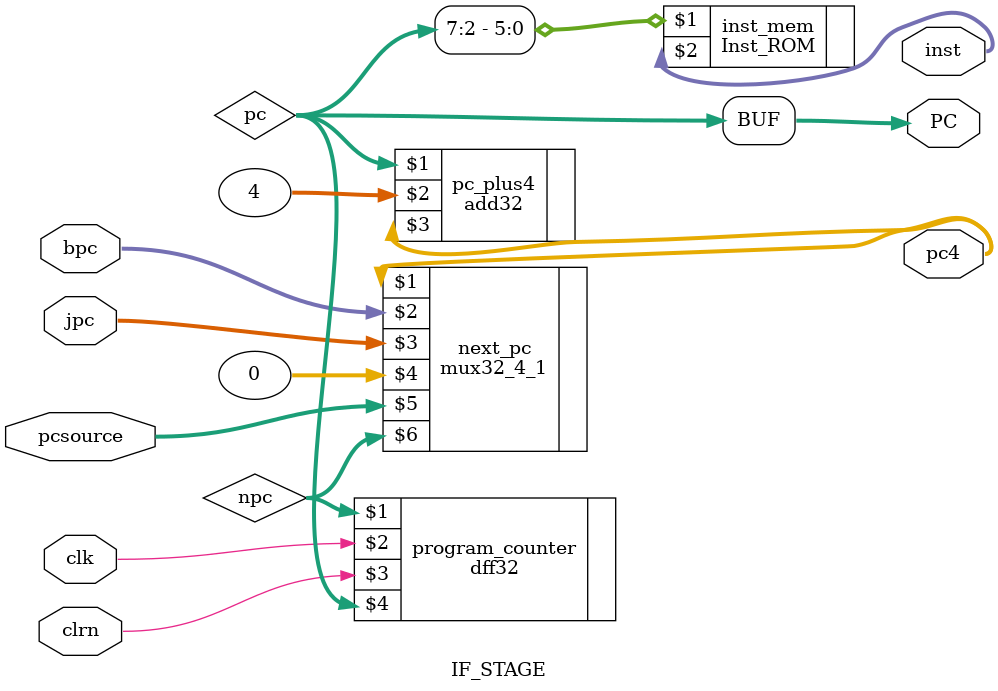
<source format=v>
`timescale 1ns / 1ps
module IF_STAGE(clk,clrn,pcsource,bpc,jpc,pc4,inst, PC
    );
	 input clk, clrn;
	 input [31:0] bpc,jpc;
	 input [1:0] pcsource;
	 
	 output [31:0] pc4,inst;
	 output [31:0] PC;
	 
	 wire [31:0] pc;		
	 wire [31:0] npc;		//ÏÂÒ»ÌõÖ¸ÁîµØÖ·
	 
 	 dff32 program_counter(npc,clk,clrn,pc);   //ÀûÓÃ32Î»µÄD´¥·¢Æ÷ÊµÏÖPC
	 add32 pc_plus4(pc,32'h4,pc4);//32Î»¼Ó·¨Æ÷£¬ÓÃÀ´¼ÆËãPC+4
	 mux32_4_1 next_pc(pc4,bpc,jpc,32'b0,pcsource,npc);//¸ù¾ÝpcsourceÐÅºÅÑ¡ÔñÏÂÒ»ÌõÖ¸ÁîµÄµØÖ·
	 Inst_ROM inst_mem(pc[7:2],inst); //Ö¸Áî´æ´¢Æ÷
	 
	 assign PC=pc;
	 
endmodule

</source>
